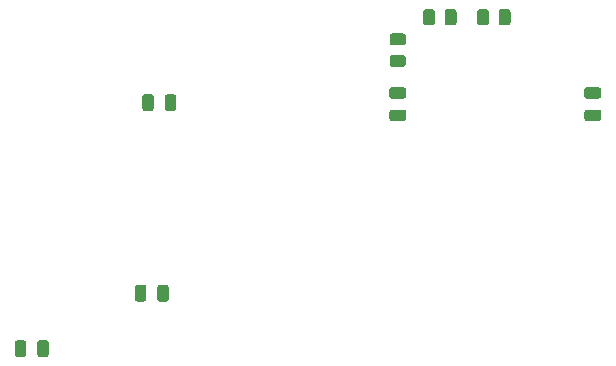
<source format=gbr>
%TF.GenerationSoftware,KiCad,Pcbnew,(5.1.10)-1*%
%TF.CreationDate,2021-06-15T10:47:19-05:00*%
%TF.ProjectId,gd 6502 proto pcb,67642036-3530-4322-9070-726f746f2070,rev?*%
%TF.SameCoordinates,Original*%
%TF.FileFunction,Paste,Bot*%
%TF.FilePolarity,Positive*%
%FSLAX46Y46*%
G04 Gerber Fmt 4.6, Leading zero omitted, Abs format (unit mm)*
G04 Created by KiCad (PCBNEW (5.1.10)-1) date 2021-06-15 10:47:19*
%MOMM*%
%LPD*%
G01*
G04 APERTURE LIST*
G04 APERTURE END LIST*
%TO.C,R3*%
G36*
G01*
X188233000Y-78301001D02*
X188233000Y-77400999D01*
G75*
G02*
X188482999Y-77151000I249999J0D01*
G01*
X189008001Y-77151000D01*
G75*
G02*
X189258000Y-77400999I0J-249999D01*
G01*
X189258000Y-78301001D01*
G75*
G02*
X189008001Y-78551000I-249999J0D01*
G01*
X188482999Y-78551000D01*
G75*
G02*
X188233000Y-78301001I0J249999D01*
G01*
G37*
G36*
G01*
X186408000Y-78301001D02*
X186408000Y-77400999D01*
G75*
G02*
X186657999Y-77151000I249999J0D01*
G01*
X187183001Y-77151000D01*
G75*
G02*
X187433000Y-77400999I0J-249999D01*
G01*
X187433000Y-78301001D01*
G75*
G02*
X187183001Y-78551000I-249999J0D01*
G01*
X186657999Y-78551000D01*
G75*
G02*
X186408000Y-78301001I0J249999D01*
G01*
G37*
%TD*%
%TO.C,R2*%
G36*
G01*
X183826999Y-81045000D02*
X184727001Y-81045000D01*
G75*
G02*
X184977000Y-81294999I0J-249999D01*
G01*
X184977000Y-81820001D01*
G75*
G02*
X184727001Y-82070000I-249999J0D01*
G01*
X183826999Y-82070000D01*
G75*
G02*
X183577000Y-81820001I0J249999D01*
G01*
X183577000Y-81294999D01*
G75*
G02*
X183826999Y-81045000I249999J0D01*
G01*
G37*
G36*
G01*
X183826999Y-79220000D02*
X184727001Y-79220000D01*
G75*
G02*
X184977000Y-79469999I0J-249999D01*
G01*
X184977000Y-79995001D01*
G75*
G02*
X184727001Y-80245000I-249999J0D01*
G01*
X183826999Y-80245000D01*
G75*
G02*
X183577000Y-79995001I0J249999D01*
G01*
X183577000Y-79469999D01*
G75*
G02*
X183826999Y-79220000I249999J0D01*
G01*
G37*
%TD*%
%TO.C,R1*%
G36*
G01*
X192005000Y-77400999D02*
X192005000Y-78301001D01*
G75*
G02*
X191755001Y-78551000I-249999J0D01*
G01*
X191229999Y-78551000D01*
G75*
G02*
X190980000Y-78301001I0J249999D01*
G01*
X190980000Y-77400999D01*
G75*
G02*
X191229999Y-77151000I249999J0D01*
G01*
X191755001Y-77151000D01*
G75*
G02*
X192005000Y-77400999I0J-249999D01*
G01*
G37*
G36*
G01*
X193830000Y-77400999D02*
X193830000Y-78301001D01*
G75*
G02*
X193580001Y-78551000I-249999J0D01*
G01*
X193054999Y-78551000D01*
G75*
G02*
X192805000Y-78301001I0J249999D01*
G01*
X192805000Y-77400999D01*
G75*
G02*
X193054999Y-77151000I249999J0D01*
G01*
X193580001Y-77151000D01*
G75*
G02*
X193830000Y-77400999I0J-249999D01*
G01*
G37*
%TD*%
%TO.C,C6*%
G36*
G01*
X183802000Y-85667000D02*
X184752000Y-85667000D01*
G75*
G02*
X185002000Y-85917000I0J-250000D01*
G01*
X185002000Y-86417000D01*
G75*
G02*
X184752000Y-86667000I-250000J0D01*
G01*
X183802000Y-86667000D01*
G75*
G02*
X183552000Y-86417000I0J250000D01*
G01*
X183552000Y-85917000D01*
G75*
G02*
X183802000Y-85667000I250000J0D01*
G01*
G37*
G36*
G01*
X183802000Y-83767000D02*
X184752000Y-83767000D01*
G75*
G02*
X185002000Y-84017000I0J-250000D01*
G01*
X185002000Y-84517000D01*
G75*
G02*
X184752000Y-84767000I-250000J0D01*
G01*
X183802000Y-84767000D01*
G75*
G02*
X183552000Y-84517000I0J250000D01*
G01*
X183552000Y-84017000D01*
G75*
G02*
X183802000Y-83767000I250000J0D01*
G01*
G37*
%TD*%
%TO.C,C5*%
G36*
G01*
X153739000Y-106393000D02*
X153739000Y-105443000D01*
G75*
G02*
X153989000Y-105193000I250000J0D01*
G01*
X154489000Y-105193000D01*
G75*
G02*
X154739000Y-105443000I0J-250000D01*
G01*
X154739000Y-106393000D01*
G75*
G02*
X154489000Y-106643000I-250000J0D01*
G01*
X153989000Y-106643000D01*
G75*
G02*
X153739000Y-106393000I0J250000D01*
G01*
G37*
G36*
G01*
X151839000Y-106393000D02*
X151839000Y-105443000D01*
G75*
G02*
X152089000Y-105193000I250000J0D01*
G01*
X152589000Y-105193000D01*
G75*
G02*
X152839000Y-105443000I0J-250000D01*
G01*
X152839000Y-106393000D01*
G75*
G02*
X152589000Y-106643000I-250000J0D01*
G01*
X152089000Y-106643000D01*
G75*
G02*
X151839000Y-106393000I0J250000D01*
G01*
G37*
%TD*%
%TO.C,C4*%
G36*
G01*
X164534000Y-85565000D02*
X164534000Y-84615000D01*
G75*
G02*
X164784000Y-84365000I250000J0D01*
G01*
X165284000Y-84365000D01*
G75*
G02*
X165534000Y-84615000I0J-250000D01*
G01*
X165534000Y-85565000D01*
G75*
G02*
X165284000Y-85815000I-250000J0D01*
G01*
X164784000Y-85815000D01*
G75*
G02*
X164534000Y-85565000I0J250000D01*
G01*
G37*
G36*
G01*
X162634000Y-85565000D02*
X162634000Y-84615000D01*
G75*
G02*
X162884000Y-84365000I250000J0D01*
G01*
X163384000Y-84365000D01*
G75*
G02*
X163634000Y-84615000I0J-250000D01*
G01*
X163634000Y-85565000D01*
G75*
G02*
X163384000Y-85815000I-250000J0D01*
G01*
X162884000Y-85815000D01*
G75*
G02*
X162634000Y-85565000I0J250000D01*
G01*
G37*
%TD*%
%TO.C,C3*%
G36*
G01*
X200312000Y-85667000D02*
X201262000Y-85667000D01*
G75*
G02*
X201512000Y-85917000I0J-250000D01*
G01*
X201512000Y-86417000D01*
G75*
G02*
X201262000Y-86667000I-250000J0D01*
G01*
X200312000Y-86667000D01*
G75*
G02*
X200062000Y-86417000I0J250000D01*
G01*
X200062000Y-85917000D01*
G75*
G02*
X200312000Y-85667000I250000J0D01*
G01*
G37*
G36*
G01*
X200312000Y-83767000D02*
X201262000Y-83767000D01*
G75*
G02*
X201512000Y-84017000I0J-250000D01*
G01*
X201512000Y-84517000D01*
G75*
G02*
X201262000Y-84767000I-250000J0D01*
G01*
X200312000Y-84767000D01*
G75*
G02*
X200062000Y-84517000I0J250000D01*
G01*
X200062000Y-84017000D01*
G75*
G02*
X200312000Y-83767000I250000J0D01*
G01*
G37*
%TD*%
%TO.C,C1*%
G36*
G01*
X163899000Y-101694000D02*
X163899000Y-100744000D01*
G75*
G02*
X164149000Y-100494000I250000J0D01*
G01*
X164649000Y-100494000D01*
G75*
G02*
X164899000Y-100744000I0J-250000D01*
G01*
X164899000Y-101694000D01*
G75*
G02*
X164649000Y-101944000I-250000J0D01*
G01*
X164149000Y-101944000D01*
G75*
G02*
X163899000Y-101694000I0J250000D01*
G01*
G37*
G36*
G01*
X161999000Y-101694000D02*
X161999000Y-100744000D01*
G75*
G02*
X162249000Y-100494000I250000J0D01*
G01*
X162749000Y-100494000D01*
G75*
G02*
X162999000Y-100744000I0J-250000D01*
G01*
X162999000Y-101694000D01*
G75*
G02*
X162749000Y-101944000I-250000J0D01*
G01*
X162249000Y-101944000D01*
G75*
G02*
X161999000Y-101694000I0J250000D01*
G01*
G37*
%TD*%
M02*

</source>
